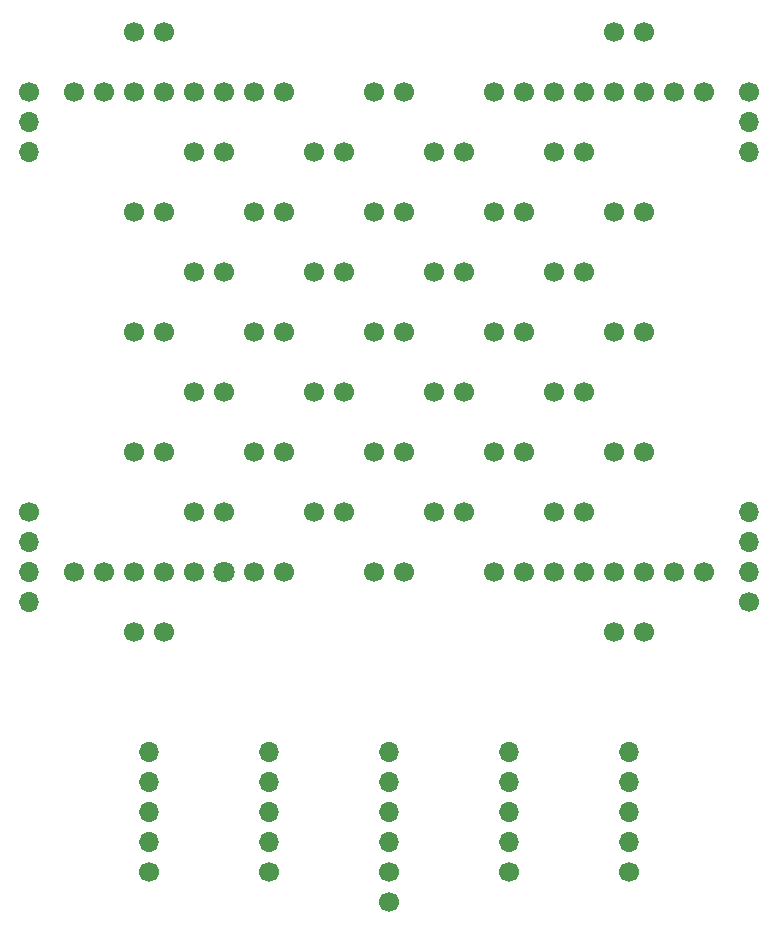
<source format=gbs>
%TF.GenerationSoftware,KiCad,Pcbnew,(5.1.8)-1*%
%TF.CreationDate,2021-03-06T21:23:55+09:00*%
%TF.ProjectId,line_sensor,6c696e65-5f73-4656-9e73-6f722e6b6963,rev?*%
%TF.SameCoordinates,PX94c5f00PY876bf80*%
%TF.FileFunction,Soldermask,Bot*%
%TF.FilePolarity,Negative*%
%FSLAX46Y46*%
G04 Gerber Fmt 4.6, Leading zero omitted, Abs format (unit mm)*
G04 Created by KiCad (PCBNEW (5.1.8)-1) date 2021-03-06 21:23:55*
%MOMM*%
%LPD*%
G01*
G04 APERTURE LIST*
%ADD10C,1.700000*%
%ADD11O,1.700000X1.700000*%
%ADD12C,1.800000*%
G04 APERTURE END LIST*
D10*
%TO.C,J8*%
X56320000Y12280000D03*
D11*
X56320000Y14820000D03*
X56320000Y17360000D03*
X56320000Y19900000D03*
X56320000Y22440000D03*
%TD*%
D10*
%TO.C,J7*%
X46160000Y12280000D03*
D11*
X46160000Y14820000D03*
X46160000Y17360000D03*
X46160000Y19900000D03*
X46160000Y22440000D03*
%TD*%
D10*
%TO.C,J1*%
X36000000Y9740000D03*
%TD*%
%TO.C,J6*%
X36000000Y12280000D03*
D11*
X36000000Y14820000D03*
X36000000Y17360000D03*
X36000000Y19900000D03*
X36000000Y22440000D03*
%TD*%
%TO.C,J5*%
X25840000Y22440000D03*
X25840000Y19900000D03*
X25840000Y17360000D03*
X25840000Y14820000D03*
D10*
X25840000Y12280000D03*
%TD*%
%TO.C,J2*%
X15680000Y12280000D03*
D11*
X15680000Y14820000D03*
X15680000Y17360000D03*
X15680000Y19900000D03*
X15680000Y22440000D03*
%TD*%
D10*
%TO.C,J3*%
X66480000Y35140000D03*
D11*
X66480000Y37680000D03*
X66480000Y40220000D03*
X66480000Y42760000D03*
%TD*%
%TO.C,J4*%
X5520000Y35140000D03*
X5520000Y37680000D03*
X5520000Y40220000D03*
D10*
X5520000Y42760000D03*
%TD*%
D11*
%TO.C,J9*%
X5520000Y73240000D03*
X5520000Y75780000D03*
D10*
X5520000Y78320000D03*
%TD*%
%TO.C,Q1*%
X14410000Y78320000D03*
X16950000Y78320000D03*
%TD*%
%TO.C,Q2*%
X14410000Y68160000D03*
X16950000Y68160000D03*
%TD*%
%TO.C,Q3*%
X14410000Y58000000D03*
X16950000Y58000000D03*
%TD*%
%TO.C,Q4*%
X14410000Y47840000D03*
X16950000Y47840000D03*
%TD*%
%TO.C,Q5*%
X14410000Y37680000D03*
X16950000Y37680000D03*
%TD*%
%TO.C,Q6*%
X24570000Y78320000D03*
X27110000Y78320000D03*
%TD*%
%TO.C,Q7*%
X24570000Y68160000D03*
X27110000Y68160000D03*
%TD*%
%TO.C,Q8*%
X24570000Y58000000D03*
X27110000Y58000000D03*
%TD*%
%TO.C,Q9*%
X24570000Y47840000D03*
X27110000Y47840000D03*
%TD*%
%TO.C,Q10*%
X24570000Y37680000D03*
X27110000Y37680000D03*
%TD*%
%TO.C,Q11*%
X34730000Y78320000D03*
X37270000Y78320000D03*
%TD*%
%TO.C,Q12*%
X34730000Y68160000D03*
X37270000Y68160000D03*
%TD*%
%TO.C,Q13*%
X34730000Y58000000D03*
X37270000Y58000000D03*
%TD*%
%TO.C,Q14*%
X34730000Y47840000D03*
X37270000Y47840000D03*
%TD*%
%TO.C,Q15*%
X34730000Y37680000D03*
X37270000Y37680000D03*
%TD*%
%TO.C,Q16*%
X44890000Y78320000D03*
X47430000Y78320000D03*
%TD*%
%TO.C,Q17*%
X44890000Y68160000D03*
X47430000Y68160000D03*
%TD*%
%TO.C,Q18*%
X44890000Y58000000D03*
X47430000Y58000000D03*
%TD*%
%TO.C,Q19*%
X44890000Y47840000D03*
X47430000Y47840000D03*
%TD*%
%TO.C,Q20*%
X44890000Y37680000D03*
X47430000Y37680000D03*
%TD*%
%TO.C,Q21*%
X55050000Y78320000D03*
X57590000Y78320000D03*
%TD*%
%TO.C,Q22*%
X55050000Y68160000D03*
X57590000Y68160000D03*
%TD*%
%TO.C,Q23*%
X55050000Y58000000D03*
X57590000Y58000000D03*
%TD*%
%TO.C,Q24*%
X55050000Y47840000D03*
X57590000Y47840000D03*
%TD*%
%TO.C,Q25*%
X55050000Y37680000D03*
X57590000Y37680000D03*
%TD*%
%TO.C,J10*%
X66480000Y78320000D03*
D11*
X66480000Y75780000D03*
X66480000Y73240000D03*
%TD*%
D10*
%TO.C,D1*%
X19490000Y73240000D03*
X22030000Y73240000D03*
%TD*%
%TO.C,D2*%
X22030000Y63080000D03*
X19490000Y63080000D03*
%TD*%
%TO.C,D3*%
X22030000Y52920000D03*
X19490000Y52920000D03*
%TD*%
%TO.C,D4*%
X19490000Y42760000D03*
X22030000Y42760000D03*
%TD*%
%TO.C,D5*%
X29650000Y73240000D03*
X32190000Y73240000D03*
%TD*%
%TO.C,D6*%
X32190000Y63080000D03*
X29650000Y63080000D03*
%TD*%
%TO.C,D7*%
X29650000Y52920000D03*
X32190000Y52920000D03*
%TD*%
%TO.C,D8*%
X32190000Y42760000D03*
X29650000Y42760000D03*
%TD*%
%TO.C,D9*%
X39810000Y73240000D03*
X42350000Y73240000D03*
%TD*%
%TO.C,D10*%
X39810000Y63080000D03*
X42350000Y63080000D03*
%TD*%
%TO.C,D11*%
X42350000Y52920000D03*
X39810000Y52920000D03*
%TD*%
%TO.C,D12*%
X39810000Y42760000D03*
X42350000Y42760000D03*
%TD*%
%TO.C,D13*%
X52510000Y73240000D03*
X49970000Y73240000D03*
%TD*%
%TO.C,D14*%
X49970000Y63080000D03*
X52510000Y63080000D03*
%TD*%
%TO.C,D15*%
X52510000Y52920000D03*
X49970000Y52920000D03*
%TD*%
%TO.C,D16*%
X49970000Y42760000D03*
X52510000Y42760000D03*
%TD*%
%TO.C,D17*%
X16950000Y83400000D03*
X14410000Y83400000D03*
%TD*%
%TO.C,D18*%
X55050000Y83400000D03*
X57590000Y83400000D03*
%TD*%
%TO.C,D19*%
X55050000Y32600000D03*
X57590000Y32600000D03*
%TD*%
%TO.C,D20*%
X14410000Y32600000D03*
X16950000Y32600000D03*
%TD*%
%TO.C,D21*%
X22030000Y78320000D03*
X19490000Y78320000D03*
%TD*%
%TO.C,D22*%
X52510000Y78320000D03*
X49970000Y78320000D03*
%TD*%
%TO.C,D23*%
X49970000Y37680000D03*
X52510000Y37680000D03*
%TD*%
D12*
%TO.C,D24*%
X22030000Y37680000D03*
D10*
X19490000Y37680000D03*
%TD*%
%TO.C,D25*%
X11870000Y78320000D03*
X9330000Y78320000D03*
%TD*%
%TO.C,D26*%
X60130000Y78320000D03*
X62670000Y78320000D03*
%TD*%
%TO.C,D27*%
X62670000Y37680000D03*
X60130000Y37680000D03*
%TD*%
%TO.C,D28*%
X11870000Y37680000D03*
X9330000Y37680000D03*
%TD*%
M02*

</source>
